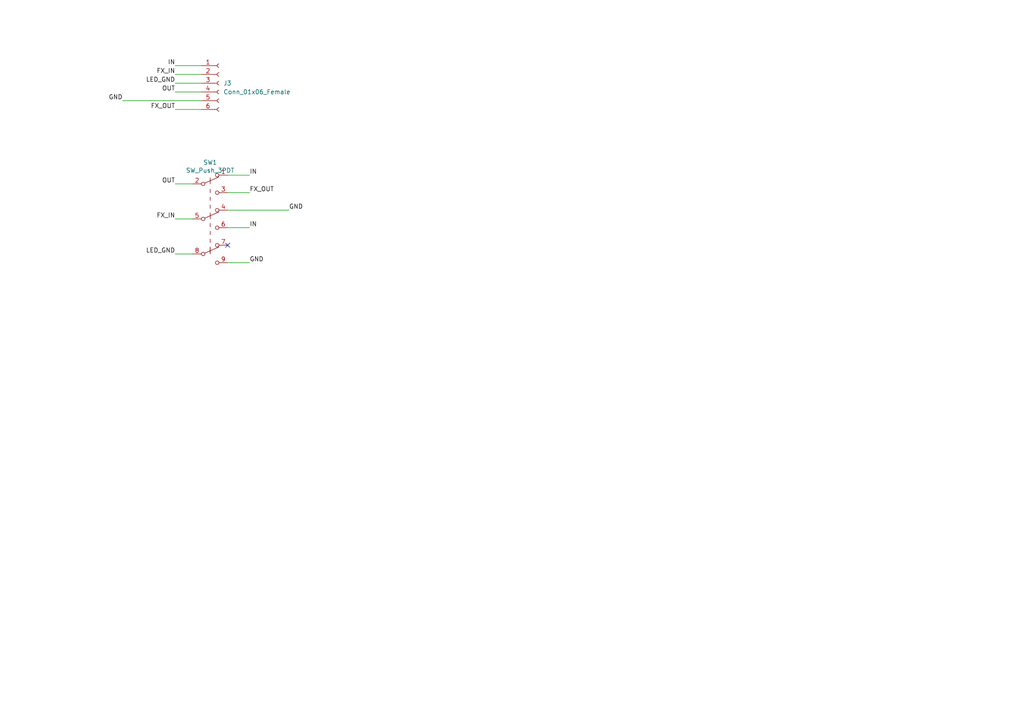
<source format=kicad_sch>
(kicad_sch (version 20211123) (generator eeschema)
  (paper "A4")
  (lib_symbols
    (symbol "3pdt-rescue:SW_Push_3PDT-Switch" (pin_names (offset 0) hide)
      (property "Reference" "SW" (at 0 14.478 0))
      (property "Value" "SW_Push_3PDT-Switch" (at 0 -16.764 0))
      (symbol "SW_Push_3PDT-Switch_0_0"
        (circle (center -2.032 0) (radius 0.508))
        (circle (center -2.032 10.16) (radius 0.508))
        (circle (center 2.032 -2.54) (radius 0.508))
        (circle (center 2.032 7.62) (radius 0.508))
      )
      (symbol "SW_Push_3PDT-Switch_0_1"
        (polyline (pts (xy -1.524 0.254) (xy 2.54 2.032)))
        (polyline (pts (xy -1.524 10.414) (xy 2.54 12.192)))
        (polyline (pts (xy 0 1.778) (xy 0 0)))
        (polyline (pts (xy 0 3.048) (xy 0 4.064)))
        (polyline (pts (xy 0 5.334) (xy 0 6.35)))
        (polyline (pts (xy 0 7.62) (xy 0 8.636)))
        (polyline (pts (xy 0 11.938) (xy 0 10.16)))
        (circle (center 2.032 2.54) (radius 0.508))
        (circle (center 2.032 12.7) (radius 0.508))
      )
      (symbol "SW_Push_3PDT-Switch_1_1"
        (circle (center -2.032 -10.16) (radius 0.508))
        (polyline (pts (xy -1.524 -9.906) (xy 2.54 -8.128)))
        (polyline (pts (xy 0 -8.382) (xy 0 -10.16)))
        (polyline (pts (xy 0 -8.128) (xy 0 -9.906)))
        (polyline (pts (xy 0 -6.858) (xy 0 -5.842)))
        (polyline (pts (xy 0 -4.572) (xy 0 -3.556)))
        (polyline (pts (xy 0 -2.286) (xy 0 -1.27)))
        (circle (center 2.032 -12.7) (radius 0.508))
        (circle (center 2.032 -7.62) (radius 0.508))
        (pin passive line (at 5.08 12.7 180) (length 2.54) (name "A") (number "1"))
        (pin passive line (at -5.08 10.16 0) (length 2.54) (name "B") (number "2"))
        (pin passive line (at 5.08 7.62 180) (length 2.54) (name "C") (number "3"))
        (pin passive line (at 5.08 2.54 180) (length 2.54) (name "A") (number "4"))
        (pin passive line (at -5.08 0 0) (length 2.54) (name "B") (number "5"))
        (pin passive line (at 5.08 -2.54 180) (length 2.54) (name "C") (number "6"))
        (pin passive line (at 5.08 -7.62 180) (length 2.54) (name "A") (number "7"))
        (pin passive line (at -5.08 -10.16 0) (length 2.54) (name "B") (number "8"))
        (pin passive line (at 5.08 -12.7 180) (length 2.54) (name "C") (number "9"))
      )
    )
    (symbol "Connector:Conn_01x06_Female" (pin_names (offset 1.016) hide)
      (property "Reference" "J" (at 0 7.62 0))
      (property "Value" "Conn_01x06_Female" (at 0 -10.16 0))
      (symbol "Conn_01x06_Female_1_1"
        (arc (start 0 -7.112) (mid -0.508 -7.62) (end 0 -8.128) (stroke (width 0.1524)))
        (arc (start 0 -4.572) (mid -0.508 -5.08) (end 0 -5.588) (stroke (width 0.1524)))
        (arc (start 0 -2.032) (mid -0.508 -2.54) (end 0 -3.048) (stroke (width 0.1524)))
        (polyline (pts (xy -1.27 -7.62) (xy -0.508 -7.62)) (stroke (width 0.1524)))
        (polyline (pts (xy -1.27 -5.08) (xy -0.508 -5.08)) (stroke (width 0.1524)))
        (polyline (pts (xy -1.27 -2.54) (xy -0.508 -2.54)) (stroke (width 0.1524)))
        (polyline (pts (xy -1.27 0) (xy -0.508 0)) (stroke (width 0.1524)))
        (polyline (pts (xy -1.27 2.54) (xy -0.508 2.54)) (stroke (width 0.1524)))
        (polyline (pts (xy -1.27 5.08) (xy -0.508 5.08)) (stroke (width 0.1524)))
        (arc (start 0 0.508) (mid -0.508 0) (end 0 -0.508) (stroke (width 0.1524)))
        (arc (start 0 3.048) (mid -0.508 2.54) (end 0 2.032) (stroke (width 0.1524)))
        (arc (start 0 5.588) (mid -0.508 5.08) (end 0 4.572) (stroke (width 0.1524)))
        (pin passive line (at -5.08 5.08 0) (length 3.81) (name "Pin_1") (number "1"))
        (pin passive line (at -5.08 2.54 0) (length 3.81) (name "Pin_2") (number "2"))
        (pin passive line (at -5.08 0 0) (length 3.81) (name "Pin_3") (number "3"))
        (pin passive line (at -5.08 -2.54 0) (length 3.81) (name "Pin_4") (number "4"))
        (pin passive line (at -5.08 -5.08 0) (length 3.81) (name "Pin_5") (number "5"))
        (pin passive line (at -5.08 -7.62 0) (length 3.81) (name "Pin_6") (number "6"))
      )
    )
  )
  (no_connect (at 66.04 71.12))
  (wire (pts (xy 50.8 73.66) (xy 55.88 73.66)))
  (wire (pts (xy 66.04 76.2) (xy 72.39 76.2)))
  (wire (pts (xy 50.8 19.05) (xy 58.42 19.05)))
  (wire (pts (xy 50.8 53.34) (xy 55.88 53.34)))
  (wire (pts (xy 50.8 26.67) (xy 58.42 26.67)))
  (wire (pts (xy 50.8 31.75) (xy 58.42 31.75)))
  (wire (pts (xy 50.8 24.13) (xy 58.42 24.13)))
  (wire (pts (xy 50.8 21.59) (xy 58.42 21.59)))
  (wire (pts (xy 66.04 55.88) (xy 72.39 55.88)))
  (wire (pts (xy 66.04 50.8) (xy 72.39 50.8)))
  (wire (pts (xy 50.8 63.5) (xy 55.88 63.5)))
  (wire (pts (xy 66.04 66.04) (xy 72.39 66.04)))
  (wire (pts (xy 35.56 29.21) (xy 58.42 29.21)))
  (wire (pts (xy 66.04 60.96) (xy 83.82 60.96)))
  (label "FX_OUT" (at 50.8 31.75 180))
  (label "LED_GND" (at 50.8 24.13 180))
  (label "FX_IN" (at 50.8 21.59 180))
  (label "FX_IN" (at 50.8 63.5 180))
  (label "IN" (at 72.39 66.04 0))
  (label "GND" (at 72.39 76.2 0))
  (label "OUT" (at 50.8 26.67 180))
  (label "LED_GND" (at 50.8 73.66 180))
  (label "FX_OUT" (at 72.39 55.88 0))
  (label "GND" (at 83.82 60.96 0))
  (label "IN" (at 50.8 19.05 180))
  (label "OUT" (at 50.8 53.34 180))
  (label "GND" (at 35.56 29.21 180))
  (label "IN" (at 72.39 50.8 0))
  (symbol (lib_id "Connector:Conn_01x06_Female") (at 63.5 24.13 0) (unit 1)
    (property "Reference" "J3" (at 64.77 24.1299 0) (effects (justify left)))
    (property "Value" "Conn_01x06_Female" (at 64.77 26.6699 0) (effects (justify left)))
    (property "Footprint" "Connector_PinHeader_2.54mm:PinHeader_1x06_P2.54mm_Vertical" (effects hide))
  )
  (symbol (lib_id "3pdt-rescue:SW_Push_3PDT-Switch") (at 60.96 63.5 0) (unit 1)
    (property "Reference" "SW1" (at 60.96 47.117 0))
    (property "Value" "SW_Push_3PDT" (at 60.96 49.4284 0))
    (property "Footprint" "pedal-component-footprint:3PDT.LUGS.FLPVSK" (effects hide))
  )
)
</source>
